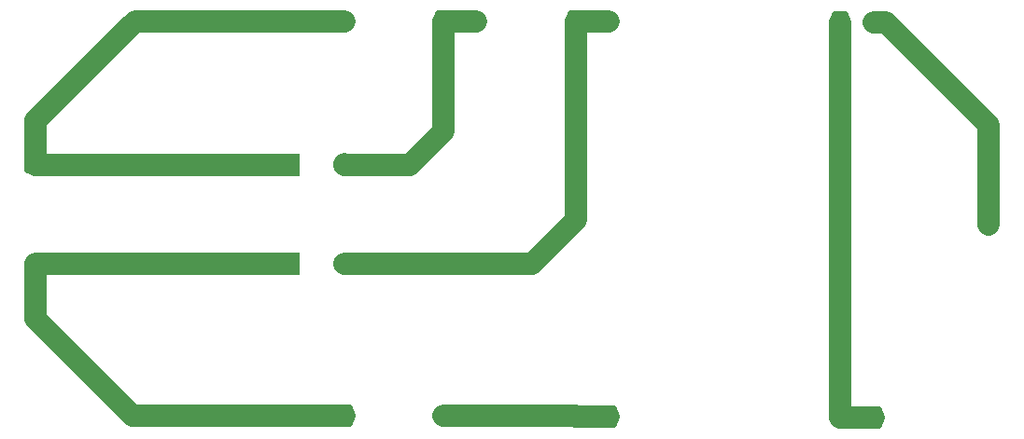
<source format=gbr>
%TF.GenerationSoftware,KiCad,Pcbnew,9.0.2*%
%TF.CreationDate,2025-06-13T16:07:32+08:00*%
%TF.ProjectId,DSCHG_TSMP,44534348-475f-4545-934d-502e6b696361,rev?*%
%TF.SameCoordinates,Original*%
%TF.FileFunction,Copper,L1,Top*%
%TF.FilePolarity,Positive*%
%FSLAX46Y46*%
G04 Gerber Fmt 4.6, Leading zero omitted, Abs format (unit mm)*
G04 Created by KiCad (PCBNEW 9.0.2) date 2025-06-13 16:07:32*
%MOMM*%
%LPD*%
G01*
G04 APERTURE LIST*
G04 Aperture macros list*
%AMRoundRect*
0 Rectangle with rounded corners*
0 $1 Rounding radius*
0 $2 $3 $4 $5 $6 $7 $8 $9 X,Y pos of 4 corners*
0 Add a 4 corners polygon primitive as box body*
4,1,4,$2,$3,$4,$5,$6,$7,$8,$9,$2,$3,0*
0 Add four circle primitives for the rounded corners*
1,1,$1+$1,$2,$3*
1,1,$1+$1,$4,$5*
1,1,$1+$1,$6,$7*
1,1,$1+$1,$8,$9*
0 Add four rect primitives between the rounded corners*
20,1,$1+$1,$2,$3,$4,$5,0*
20,1,$1+$1,$4,$5,$6,$7,0*
20,1,$1+$1,$6,$7,$8,$9,0*
20,1,$1+$1,$8,$9,$2,$3,0*%
G04 Aperture macros list end*
%TA.AperFunction,ComponentPad*%
%ADD10R,2.000000X2.000000*%
%TD*%
%TA.AperFunction,ComponentPad*%
%ADD11C,2.000000*%
%TD*%
%TA.AperFunction,ComponentPad*%
%ADD12RoundRect,0.250001X0.499999X0.759999X-0.499999X0.759999X-0.499999X-0.759999X0.499999X-0.759999X0*%
%TD*%
%TA.AperFunction,ComponentPad*%
%ADD13O,1.500000X2.020000*%
%TD*%
%TA.AperFunction,ComponentPad*%
%ADD14RoundRect,0.250001X-0.759999X0.499999X-0.759999X-0.499999X0.759999X-0.499999X0.759999X0.499999X0*%
%TD*%
%TA.AperFunction,ComponentPad*%
%ADD15O,2.020000X1.500000*%
%TD*%
%TA.AperFunction,ComponentPad*%
%ADD16RoundRect,0.250001X-0.499999X-0.759999X0.499999X-0.759999X0.499999X0.759999X-0.499999X0.759999X0*%
%TD*%
%TA.AperFunction,ComponentPad*%
%ADD17RoundRect,0.250001X0.759999X-0.499999X0.759999X0.499999X-0.759999X0.499999X-0.759999X-0.499999X0*%
%TD*%
%TA.AperFunction,Conductor*%
%ADD18C,2.000000*%
%TD*%
G04 APERTURE END LIST*
D10*
%TO.P,R1,1*%
%TO.N,Net-(J13-Pin_1)*%
X180960000Y-90050000D03*
D11*
%TO.P,R1,2*%
%TO.N,Net-(J1-Pin_1)*%
X186040000Y-90050000D03*
%TD*%
D12*
%TO.P,J14,1,Pin_1*%
%TO.N,Net-(J10-Pin_1)*%
X174000000Y-112880000D03*
D13*
%TO.P,J14,2,Pin_2*%
X171000000Y-112880000D03*
%TD*%
D14*
%TO.P,J12,1,Pin_1*%
%TO.N,Net-(J12-Pin_1)*%
X244415000Y-92500000D03*
D15*
%TO.P,J12,2,Pin_2*%
X244415000Y-95500000D03*
%TD*%
D16*
%TO.P,J3,1,Pin_1*%
%TO.N,Net-(J3-Pin_1)*%
X207000000Y-77040000D03*
D13*
%TO.P,J3,2,Pin_2*%
X210000000Y-77040000D03*
%TD*%
D12*
%TO.P,J8,1,Pin_1*%
%TO.N,Net-(J8-Pin_1)*%
X234000000Y-113000000D03*
D13*
%TO.P,J8,2,Pin_2*%
X231000000Y-113000000D03*
%TD*%
D17*
%TO.P,J7,1,Pin_1*%
%TO.N,Net-(J10-Pin_1)*%
X158000000Y-102040000D03*
D15*
%TO.P,J7,2,Pin_2*%
X158000000Y-99040000D03*
%TD*%
D17*
%TO.P,J6,1,Pin_1*%
%TO.N,Net-(J13-Pin_1)*%
X158000000Y-90040000D03*
D15*
%TO.P,J6,2,Pin_2*%
X158000000Y-87040000D03*
%TD*%
D16*
%TO.P,J1,1,Pin_1*%
%TO.N,Net-(J1-Pin_1)*%
X195000000Y-77000000D03*
D13*
%TO.P,J1,2,Pin_2*%
X198000000Y-77000000D03*
%TD*%
D16*
%TO.P,J13,1,Pin_1*%
%TO.N,Net-(J13-Pin_1)*%
X171000000Y-77000000D03*
D13*
%TO.P,J13,2,Pin_2*%
X174000000Y-77000000D03*
%TD*%
D12*
%TO.P,J11,1,Pin_1*%
%TO.N,Net-(J11-Pin_1)*%
X198000000Y-112880000D03*
D13*
%TO.P,J11,2,Pin_2*%
X195000000Y-112880000D03*
%TD*%
D12*
%TO.P,J10,1,Pin_1*%
%TO.N,Net-(J10-Pin_1)*%
X186000000Y-112880000D03*
D13*
%TO.P,J10,2,Pin_2*%
X183000000Y-112880000D03*
%TD*%
D16*
%TO.P,J2,1,Pin_1*%
%TO.N,Net-(J13-Pin_1)*%
X183000000Y-77000000D03*
D13*
%TO.P,J2,2,Pin_2*%
X186000000Y-77000000D03*
%TD*%
D16*
%TO.P,J9,1,Pin_1*%
%TO.N,Net-(J8-Pin_1)*%
X231000000Y-77085000D03*
D13*
%TO.P,J9,2,Pin_2*%
%TO.N,Net-(J12-Pin_1)*%
X234000000Y-77085000D03*
%TD*%
D12*
%TO.P,J5,1,Pin_1*%
%TO.N,Net-(J11-Pin_1)*%
X210000000Y-112890000D03*
D13*
%TO.P,J5,2,Pin_2*%
X207000000Y-112890000D03*
%TD*%
D10*
%TO.P,R2,1*%
%TO.N,Net-(J10-Pin_1)*%
X180920000Y-99040000D03*
D11*
%TO.P,R2,2*%
%TO.N,Net-(J3-Pin_1)*%
X186000000Y-99040000D03*
%TD*%
D18*
%TO.N,Net-(J10-Pin_1)*%
X158000000Y-104040000D02*
X166840000Y-112880000D01*
X158000000Y-104040000D02*
X158000000Y-102040000D01*
X180920000Y-99040000D02*
X158000000Y-99040000D01*
X158000000Y-102040000D02*
X158000000Y-99040000D01*
X171000000Y-112880000D02*
X166840000Y-112880000D01*
X183000000Y-112880000D02*
X174000000Y-112880000D01*
X186000000Y-112880000D02*
X183000000Y-112880000D01*
X171000000Y-112880000D02*
X174000000Y-112880000D01*
%TO.N,Net-(J1-Pin_1)*%
X186000000Y-89950000D02*
X186040000Y-89990000D01*
X198000000Y-77000000D02*
X195000000Y-77000000D01*
X195000000Y-87000000D02*
X191950000Y-90050000D01*
X195000000Y-77000000D02*
X195000000Y-87000000D01*
X191950000Y-90050000D02*
X186040000Y-90050000D01*
%TO.N,Net-(J13-Pin_1)*%
X158000000Y-90040000D02*
X158000000Y-87040000D01*
X174000000Y-77000000D02*
X171000000Y-77000000D01*
X158000000Y-86040000D02*
X167040000Y-77000000D01*
X186000000Y-77000000D02*
X183000000Y-77000000D01*
X183000000Y-77000000D02*
X174000000Y-77000000D01*
X180960000Y-90050000D02*
X158010000Y-90050000D01*
X158010000Y-90050000D02*
X158000000Y-90040000D01*
X171000000Y-77000000D02*
X167040000Y-77000000D01*
X158000000Y-86040000D02*
X158000000Y-87040000D01*
%TO.N,Net-(J11-Pin_1)*%
X195000000Y-112880000D02*
X198000000Y-112880000D01*
X206990000Y-112880000D02*
X207000000Y-112890000D01*
X198000000Y-112880000D02*
X206990000Y-112880000D01*
X207000000Y-112890000D02*
X210000000Y-112890000D01*
%TO.N,Net-(J3-Pin_1)*%
X210000000Y-77040000D02*
X207000000Y-77040000D01*
X203000000Y-99040000D02*
X207000000Y-95040000D01*
X207000000Y-95040000D02*
X207000000Y-77040000D01*
X186000000Y-99040000D02*
X203000000Y-99040000D01*
%TO.N,Net-(J8-Pin_1)*%
X231000000Y-113000000D02*
X234000000Y-113000000D01*
X231000000Y-113000000D02*
X231000000Y-77085000D01*
%TO.N,Net-(J12-Pin_1)*%
X234000000Y-77085000D02*
X235085000Y-77085000D01*
X244415000Y-86415000D02*
X244415000Y-92500000D01*
X244415000Y-95500000D02*
X244415000Y-92500000D01*
X235085000Y-77085000D02*
X244415000Y-86415000D01*
%TD*%
M02*

</source>
